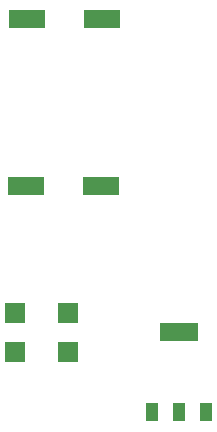
<source format=gtp>
G04*
G04 #@! TF.GenerationSoftware,Altium Limited,Altium Designer,24.4.1 (13)*
G04*
G04 Layer_Color=8421504*
%FSLAX25Y25*%
%MOIN*%
G70*
G04*
G04 #@! TF.SameCoordinates,97D1044A-C35F-4CB3-83FE-F4252C381A68*
G04*
G04*
G04 #@! TF.FilePolarity,Positive*
G04*
G01*
G75*
%ADD16R,0.12000X0.06000*%
%ADD17R,0.03937X0.06496*%
%ADD18R,0.12992X0.06496*%
%ADD19R,0.06693X0.06693*%
D16*
X147500Y197500D02*
D03*
X122500D02*
D03*
X147000Y142000D02*
D03*
X122000D02*
D03*
D17*
X182016Y66614D02*
D03*
X163984D02*
D03*
X173000D02*
D03*
D18*
Y93386D02*
D03*
D19*
X136000Y99496D02*
D03*
Y86504D02*
D03*
X118500Y99496D02*
D03*
Y86504D02*
D03*
M02*

</source>
